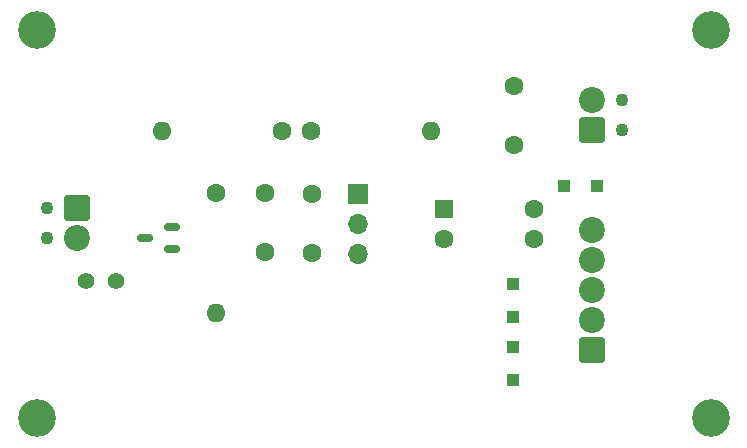
<source format=gts>
%TF.GenerationSoftware,KiCad,Pcbnew,9.0.1+1*%
%TF.CreationDate,2025-12-31T20:00:15+00:00*%
%TF.ProjectId,WALKIN_PIR_IF,57414c4b-494e-45f5-9049-525f49462e6b,A*%
%TF.SameCoordinates,Original*%
%TF.FileFunction,Soldermask,Top*%
%TF.FilePolarity,Negative*%
%FSLAX46Y46*%
G04 Gerber Fmt 4.6, Leading zero omitted, Abs format (unit mm)*
G04 Created by KiCad (PCBNEW 9.0.1+1) date 2025-12-31 20:00:15*
%MOMM*%
%LPD*%
G01*
G04 APERTURE LIST*
G04 Aperture macros list*
%AMRoundRect*
0 Rectangle with rounded corners*
0 $1 Rounding radius*
0 $2 $3 $4 $5 $6 $7 $8 $9 X,Y pos of 4 corners*
0 Add a 4 corners polygon primitive as box body*
4,1,4,$2,$3,$4,$5,$6,$7,$8,$9,$2,$3,0*
0 Add four circle primitives for the rounded corners*
1,1,$1+$1,$2,$3*
1,1,$1+$1,$4,$5*
1,1,$1+$1,$6,$7*
1,1,$1+$1,$8,$9*
0 Add four rect primitives between the rounded corners*
20,1,$1+$1,$2,$3,$4,$5,0*
20,1,$1+$1,$4,$5,$6,$7,0*
20,1,$1+$1,$6,$7,$8,$9,0*
20,1,$1+$1,$8,$9,$2,$3,0*%
G04 Aperture macros list end*
%ADD10RoundRect,0.249999X0.850001X-0.850001X0.850001X0.850001X-0.850001X0.850001X-0.850001X-0.850001X0*%
%ADD11C,2.200000*%
%ADD12C,1.600000*%
%ADD13RoundRect,0.250000X-0.550000X-0.550000X0.550000X-0.550000X0.550000X0.550000X-0.550000X0.550000X0*%
%ADD14RoundRect,0.150000X0.512500X0.150000X-0.512500X0.150000X-0.512500X-0.150000X0.512500X-0.150000X0*%
%ADD15RoundRect,0.250000X0.300000X-0.300000X0.300000X0.300000X-0.300000X0.300000X-0.300000X-0.300000X0*%
%ADD16O,1.600000X1.600000*%
%ADD17C,1.100000*%
%ADD18RoundRect,0.249999X-0.850001X0.850001X-0.850001X-0.850001X0.850001X-0.850001X0.850001X0.850001X0*%
%ADD19C,1.400000*%
%ADD20C,3.200000*%
%ADD21R,1.700000X1.700000*%
%ADD22O,1.700000X1.700000*%
%ADD23RoundRect,0.250000X0.300000X0.300000X-0.300000X0.300000X-0.300000X-0.300000X0.300000X-0.300000X0*%
G04 APERTURE END LIST*
D10*
%TO.C,J2*%
X173467500Y-108071101D03*
D11*
X173467500Y-105531101D03*
X173467500Y-102991101D03*
X173467500Y-100451101D03*
X173467500Y-97911101D03*
%TD*%
D12*
%TO.C,C1*%
X145770000Y-94781101D03*
X145770000Y-99781101D03*
%TD*%
%TO.C,C2*%
X149790000Y-94881101D03*
X149790000Y-99881101D03*
%TD*%
D13*
%TO.C,U1*%
X160970000Y-96146101D03*
D12*
X160970000Y-98686101D03*
X168590000Y-98686101D03*
X168590000Y-96146101D03*
%TD*%
D14*
%TO.C,Q1*%
X137870000Y-99581101D03*
X137870000Y-97681101D03*
X135595000Y-98631101D03*
%TD*%
D15*
%TO.C,D3*%
X166790000Y-110631101D03*
X166790000Y-107831101D03*
%TD*%
D12*
%TO.C,R2*%
X149690000Y-89551101D03*
D16*
X159850000Y-89551101D03*
%TD*%
D17*
%TO.C,J1*%
X127290000Y-96061101D03*
X127290000Y-98601101D03*
D18*
X129830000Y-96061101D03*
D11*
X129830000Y-98601101D03*
%TD*%
D19*
%TO.C,JP1*%
X130650000Y-102241101D03*
X133190000Y-102241101D03*
%TD*%
D15*
%TO.C,D1*%
X166790000Y-105294851D03*
X166790000Y-102494851D03*
%TD*%
D12*
%TO.C,C3*%
X166840000Y-90721101D03*
X166840000Y-85721101D03*
%TD*%
D20*
%TO.C,H1*%
X183525535Y-113885568D03*
%TD*%
%TO.C,H3*%
X183525535Y-80956635D03*
%TD*%
D12*
%TO.C,R1*%
X141670000Y-94821101D03*
D16*
X141670000Y-104981101D03*
%TD*%
D17*
%TO.C,J3*%
X176007500Y-89451101D03*
X176007500Y-86911101D03*
D10*
X173467500Y-89451101D03*
D11*
X173467500Y-86911101D03*
%TD*%
D20*
%TO.C,H4*%
X126455534Y-80956635D03*
%TD*%
%TO.C,H2*%
X126455534Y-113885568D03*
%TD*%
D21*
%TO.C,S1*%
X153700000Y-94896101D03*
D22*
X153700000Y-97436101D03*
X153700000Y-99976101D03*
%TD*%
D23*
%TO.C,D2*%
X173877500Y-94241101D03*
X171077500Y-94241101D03*
%TD*%
D12*
%TO.C,R3*%
X147210000Y-89551101D03*
D16*
X137050000Y-89551101D03*
%TD*%
M02*

</source>
